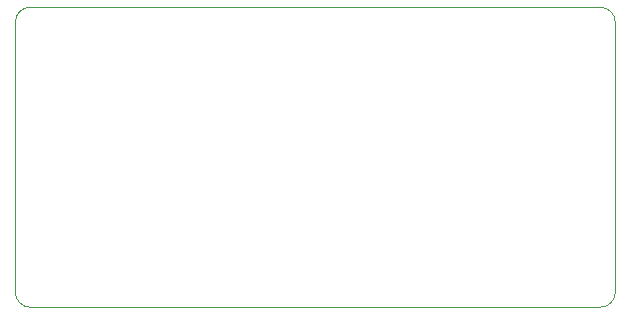
<source format=gm1>
%TF.GenerationSoftware,KiCad,Pcbnew,(5.1.8-0-10_14)*%
%TF.CreationDate,2021-07-08T18:54:03+01:00*%
%TF.ProjectId,4u-mini-boat-power-connection,34752d6d-696e-4692-9d62-6f61742d706f,rev?*%
%TF.SameCoordinates,Original*%
%TF.FileFunction,Profile,NP*%
%FSLAX46Y46*%
G04 Gerber Fmt 4.6, Leading zero omitted, Abs format (unit mm)*
G04 Created by KiCad (PCBNEW (5.1.8-0-10_14)) date 2021-07-08 18:54:03*
%MOMM*%
%LPD*%
G01*
G04 APERTURE LIST*
%TA.AperFunction,Profile*%
%ADD10C,0.050000*%
%TD*%
G04 APERTURE END LIST*
D10*
X127000000Y-77470000D02*
G75*
G02*
X128270000Y-76200000I1270000J0D01*
G01*
X128270000Y-101600000D02*
G75*
G02*
X127000000Y-100330000I0J1270000D01*
G01*
X177800000Y-100330000D02*
G75*
G02*
X176530000Y-101600000I-1270000J0D01*
G01*
X176530000Y-76200000D02*
G75*
G02*
X177800000Y-77470000I0J-1270000D01*
G01*
X176530000Y-101600000D02*
X128270000Y-101600000D01*
X177800000Y-77470000D02*
X177800000Y-100330000D01*
X128270000Y-76200000D02*
X176530000Y-76200000D01*
X127000000Y-77470000D02*
X127000000Y-100330000D01*
M02*

</source>
